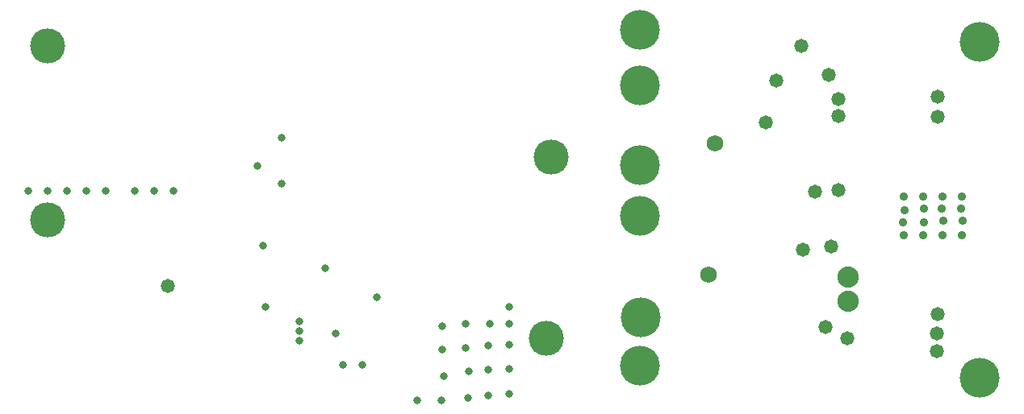
<source format=gbs>
G04*
G04 #@! TF.GenerationSoftware,Altium Limited,Altium Designer,19.1.1 (5)*
G04*
G04 Layer_Color=16711935*
%FSLAX25Y25*%
%MOIN*%
G70*
G01*
G75*
%ADD62C,0.03300*%
%ADD63C,0.14500*%
%ADD64C,0.05800*%
%ADD65C,0.16500*%
%ADD66C,0.03600*%
%ADD67C,0.06800*%
%ADD68C,0.08800*%
D62*
X217500Y419500D02*
D03*
X207500Y427000D02*
D03*
X243000Y344500D02*
D03*
X251000D02*
D03*
X157000Y416500D02*
D03*
X145000D02*
D03*
X137000D02*
D03*
X129000D02*
D03*
X121000D02*
D03*
X113000D02*
D03*
X311500Y361500D02*
D03*
Y343000D02*
D03*
Y332500D02*
D03*
Y368500D02*
D03*
Y353000D02*
D03*
X303500Y361500D02*
D03*
X303000Y352500D02*
D03*
Y342500D02*
D03*
Y332000D02*
D03*
X293500Y361500D02*
D03*
Y351500D02*
D03*
X295000Y342000D02*
D03*
X294500Y331000D02*
D03*
X284000Y360500D02*
D03*
Y351000D02*
D03*
X284500Y340000D02*
D03*
X283500Y330000D02*
D03*
X273500D02*
D03*
X173000Y416500D02*
D03*
X165000D02*
D03*
X257000Y372500D02*
D03*
X235500Y384500D02*
D03*
X211000Y368500D02*
D03*
X240000Y357500D02*
D03*
X217500Y438500D02*
D03*
X209900Y393900D02*
D03*
X225000Y362500D02*
D03*
Y358500D02*
D03*
Y354500D02*
D03*
D63*
X121000Y404500D02*
D03*
Y476500D02*
D03*
X329000Y430500D02*
D03*
X327000Y355500D02*
D03*
D64*
X170600Y377200D02*
D03*
X442300Y360210D02*
D03*
X447500Y416910D02*
D03*
X433100Y392110D02*
D03*
X488400Y357710D02*
D03*
X417500Y444910D02*
D03*
X488500Y365610D02*
D03*
X488400Y350210D02*
D03*
X451300Y355710D02*
D03*
X488700Y455510D02*
D03*
Y447410D02*
D03*
X447700Y447510D02*
D03*
X443600Y464710D02*
D03*
X422000Y462410D02*
D03*
X447700Y454510D02*
D03*
X432200Y476510D02*
D03*
X444700Y393510D02*
D03*
X438000Y416410D02*
D03*
D65*
X365500Y344410D02*
D03*
X366000Y364410D02*
D03*
X365500Y483410D02*
D03*
X506000Y339410D02*
D03*
X365500Y460410D02*
D03*
Y406410D02*
D03*
X506000Y478410D02*
D03*
X365500Y427410D02*
D03*
D66*
X498800Y404210D02*
D03*
X490800D02*
D03*
X482800Y403710D02*
D03*
X474300D02*
D03*
X474800Y408710D02*
D03*
X482800Y409210D02*
D03*
X490300D02*
D03*
X498300D02*
D03*
X482500Y398410D02*
D03*
X490500D02*
D03*
X498500Y414410D02*
D03*
X474500D02*
D03*
X482500D02*
D03*
X498500Y398410D02*
D03*
X490500Y414410D02*
D03*
X474500Y398410D02*
D03*
D67*
X394000Y382010D02*
D03*
X396500Y436310D02*
D03*
D68*
X451500Y370910D02*
D03*
Y380910D02*
D03*
M02*

</source>
